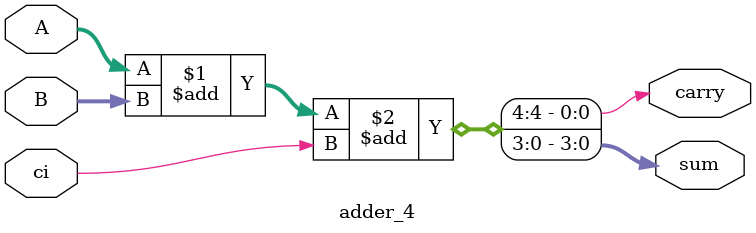
<source format=sv>
module adder_4 (
  input logic [3:0] A, B,
  input logic ci,
  output logic [3:0] sum,
  output logic carry
);
  assign {carry, sum} = A+B+ci;
endmodule

</source>
